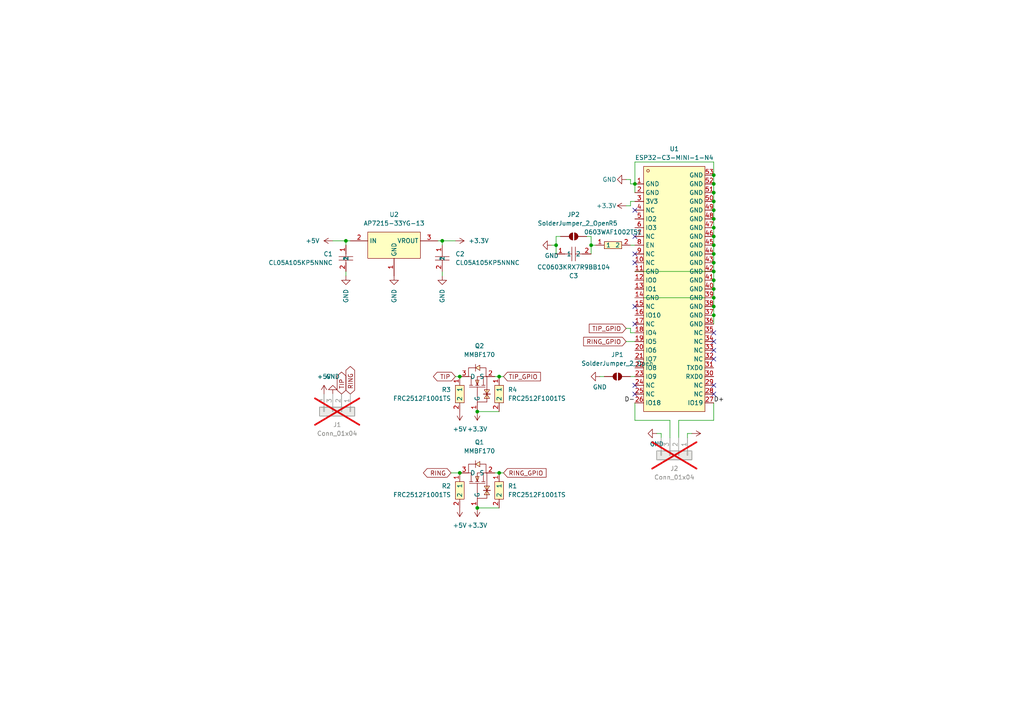
<source format=kicad_sch>
(kicad_sch (version 20231120) (generator "eeschema") (generator_version "8.0")
  (paper "A4")
  (lib_symbols
    (symbol "Connector_Generic:Conn_01x04" (pin_names (offset 1.016) hide)
      (property "Reference" "J" (at 0 5.08 0))
      (property "Value" "Conn_01x04" (at 0 -7.62 0))
      (symbol "Conn_01x04_1_1"
        (rectangle (start -1.27 -4.953) (end 0 -5.207) (stroke (width 0.1524)))
        (rectangle (start -1.27 -2.413) (end 0 -2.667) (stroke (width 0.1524)))
        (rectangle (start -1.27 0.127) (end 0 -0.127) (stroke (width 0.1524)))
        (rectangle (start -1.27 2.667) (end 0 2.413) (stroke (width 0.1524)))
        (rectangle (start -1.27 3.81) (end 1.27 -6.35) (stroke (width 0.254)) (fill (type background)))
        (pin passive line (at -5.08 2.54 0) (length 3.81) (name "Pin_1") (number "1"))
        (pin passive line (at -5.08 0 0) (length 3.81) (name "Pin_2") (number "2"))
        (pin passive line (at -5.08 -2.54 0) (length 3.81) (name "Pin_3") (number "3"))
        (pin passive line (at -5.08 -5.08 0) (length 3.81) (name "Pin_4") (number "4"))
      )
    )
    (symbol "Jumper:SolderJumper_2_Open" (pin_numbers hide) (pin_names (offset 0) hide) (exclude_from_sim yes) (in_bom no)
      (property "Reference" "JP" (at 0 2.032 0))
      (property "Value" "SolderJumper_2_Open" (at 0 -2.54 0))
      (symbol "SolderJumper_2_Open_0_1"
        (arc (start -0.254 1.016) (mid -1.2656 0) (end -0.254 -1.016))
        (arc (start -0.254 1.016) (mid -1.2656 0) (end -0.254 -1.016) (fill (type outline)))
        (polyline (pts (xy -0.254 1.016) (xy -0.254 -1.016)))
        (polyline (pts (xy 0.254 1.016) (xy 0.254 -1.016)))
        (arc (start 0.254 -1.016) (mid 1.2656 0) (end 0.254 1.016))
        (arc (start 0.254 -1.016) (mid 1.2656 0) (end 0.254 1.016) (fill (type outline)))
      )
      (symbol "SolderJumper_2_Open_1_1"
        (pin passive line (at -3.81 0 0) (length 2.54) (name "A") (number "1"))
        (pin passive line (at 3.81 0 180) (length 2.54) (name "B") (number "2"))
      )
    )
    (symbol "easyeda2kicad:0603WAF1002T5E"
      (property "Reference" "R" (at 0 5.08 0))
      (property "Value" "0603WAF1002T5E" (at 0 -5.08 0))
      (symbol "0603WAF1002T5E_0_1"
        (rectangle (start -2.54 1.02) (end 2.54 -1.02) (fill (type background)))
        (pin input line (at -5.08 0 0) (length 2.54) (name "1") (number "1"))
        (pin input line (at 5.08 0 180) (length 2.54) (name "2") (number "2"))
      )
    )
    (symbol "easyeda2kicad:AP7215-33YG-13"
      (property "Reference" "U" (at 0 5.08 0))
      (property "Value" "AP7215-33YG-13" (at 0 -15.24 0))
      (symbol "AP7215-33YG-13_0_1"
        (rectangle (start -7.62 2.54) (end 7.62 -5.08) (fill (type background)))
        (pin power_in line (at 0 -10.16 90) (length 5.08) (name "GND") (number "1"))
        (pin power_in line (at -12.7 0 0) (length 5.08) (name "IN") (number "2"))
        (pin power_in line (at 12.7 0 180) (length 5.08) (name "VROUT") (number "3"))
      )
    )
    (symbol "easyeda2kicad:CC0603KRX7R9BB104"
      (property "Reference" "C" (at 0 5.08 0))
      (property "Value" "CC0603KRX7R9BB104" (at 0 -5.08 0))
      (symbol "CC0603KRX7R9BB104_0_1"
        (polyline (pts (xy -0.51 -2.03) (xy -0.51 2.03)))
        (polyline (pts (xy -0.51 0) (xy -2.54 0)))
        (polyline (pts (xy 0.51 2.03) (xy 0.51 -2.03)))
        (polyline (pts (xy 2.54 0) (xy 0.51 0)))
        (pin unspecified line (at -5.08 0 0) (length 2.54) (name "1") (number "1"))
        (pin unspecified line (at 5.08 0 180) (length 2.54) (name "2") (number "2"))
      )
    )
    (symbol "easyeda2kicad:CL05A105KP5NNNC"
      (property "Reference" "C" (at 0 5.08 0))
      (property "Value" "CL05A105KP5NNNC" (at 0 -5.08 0))
      (symbol "CL05A105KP5NNNC_0_1"
        (polyline (pts (xy -1.27 0) (xy -0.51 0)))
        (polyline (pts (xy -0.51 2.03) (xy -0.51 -2.03)))
        (polyline (pts (xy 0.51 0) (xy 1.27 0)))
        (polyline (pts (xy 0.51 2.03) (xy 0.51 -2.03)))
        (pin input line (at -3.81 0 0) (length 2.54) (name "1") (number "1"))
        (pin input line (at 3.81 0 180) (length 2.54) (name "2") (number "2"))
      )
    )
    (symbol "easyeda2kicad:ESP32-C3-MINI-1-N4"
      (property "Reference" "U" (at 0 38.1 0))
      (property "Value" "ESP32-C3-MINI-1-N4" (at 0 -38.1 0))
      (symbol "ESP32-C3-MINI-1-N4_0_1"
        (rectangle (start -8.89 35.56) (end 8.89 -35.56) (fill (type background)))
        (circle (center -7.62 34.29) (radius 0.38))
        (pin unspecified line (at -11.43 30.48 0) (length 2.54) (name "GND") (number "1"))
        (pin unspecified line (at -11.43 7.62 0) (length 2.54) (name "NC") (number "10"))
        (pin unspecified line (at -11.43 5.08 0) (length 2.54) (name "GND") (number "11"))
        (pin unspecified line (at -11.43 2.54 0) (length 2.54) (name "IO0") (number "12"))
        (pin unspecified line (at -11.43 0 0) (length 2.54) (name "IO1") (number "13"))
        (pin unspecified line (at -11.43 -2.54 0) (length 2.54) (name "GND") (number "14"))
        (pin unspecified line (at -11.43 -5.08 0) (length 2.54) (name "NC") (number "15"))
        (pin unspecified line (at -11.43 -7.62 0) (length 2.54) (name "IO10") (number "16"))
        (pin unspecified line (at -11.43 -10.16 0) (length 2.54) (name "NC") (number "17"))
        (pin unspecified line (at -11.43 -12.7 0) (length 2.54) (name "IO4") (number "18"))
        (pin unspecified line (at -11.43 -15.24 0) (length 2.54) (name "IO5") (number "19"))
        (pin unspecified line (at -11.43 27.94 0) (length 2.54) (name "GND") (number "2"))
        (pin unspecified line (at -11.43 -17.78 0) (length 2.54) (name "IO6") (number "20"))
        (pin unspecified line (at -11.43 -20.32 0) (length 2.54) (name "IO7") (number "21"))
        (pin unspecified line (at -11.43 -22.86 0) (length 2.54) (name "IO8") (number "22"))
        (pin unspecified line (at -11.43 -25.4 0) (length 2.54) (name "IO9") (number "23"))
        (pin unspecified line (at -11.43 -27.94 0) (length 2.54) (name "NC") (number "24"))
        (pin unspecified line (at -11.43 -30.48 0) (length 2.54) (name "NC") (number "25"))
        (pin unspecified line (at -11.43 -33.02 0) (length 2.54) (name "IO18") (number "26"))
        (pin unspecified line (at 11.43 -33.02 180) (length 2.54) (name "IO19") (number "27"))
        (pin unspecified line (at 11.43 -30.48 180) (length 2.54) (name "NC") (number "28"))
        (pin unspecified line (at 11.43 -27.94 180) (length 2.54) (name "NC") (number "29"))
        (pin unspecified line (at -11.43 25.4 0) (length 2.54) (name "3V3") (number "3"))
        (pin unspecified line (at 11.43 -25.4 180) (length 2.54) (name "RXD0") (number "30"))
        (pin unspecified line (at 11.43 -22.86 180) (length 2.54) (name "TXD0") (number "31"))
        (pin unspecified line (at 11.43 -20.32 180) (length 2.54) (name "NC") (number "32"))
        (pin unspecified line (at 11.43 -17.78 180) (length 2.54) (name "NC") (number "33"))
        (pin unspecified line (at 11.43 -15.24 180) (length 2.54) (name "NC") (number "34"))
        (pin unspecified line (at 11.43 -12.7 180) (length 2.54) (name "NC") (number "35"))
        (pin unspecified line (at 11.43 -10.16 180) (length 2.54) (name "GND") (number "36"))
        (pin unspecified line (at 11.43 -7.62 180) (length 2.54) (name "GND") (number "37"))
        (pin unspecified line (at 11.43 -5.08 180) (length 2.54) (name "GND") (number "38"))
        (pin unspecified line (at 11.43 -2.54 180) (length 2.54) (name "GND") (number "39"))
        (pin unspecified line (at -11.43 22.86 0) (length 2.54) (name "NC") (number "4"))
        (pin unspecified line (at 11.43 0 180) (length 2.54) (name "GND") (number "40"))
        (pin unspecified line (at 11.43 2.54 180) (length 2.54) (name "GND") (number "41"))
        (pin unspecified line (at 11.43 5.08 180) (length 2.54) (name "GND") (number "42"))
        (pin unspecified line (at 11.43 7.62 180) (length 2.54) (name "GND") (number "43"))
        (pin unspecified line (at 11.43 10.16 180) (length 2.54) (name "GND") (number "44"))
        (pin unspecified line (at 11.43 12.7 180) (length 2.54) (name "GND") (number "45"))
        (pin unspecified line (at 11.43 15.24 180) (length 2.54) (name "GND") (number "46"))
        (pin unspecified line (at 11.43 17.78 180) (length 2.54) (name "GND") (number "47"))
        (pin unspecified line (at 11.43 20.32 180) (length 2.54) (name "GND") (number "48"))
        (pin unspecified line (at 11.43 22.86 180) (length 2.54) (name "GND") (number "49"))
        (pin unspecified line (at -11.43 20.32 0) (length 2.54) (name "IO2") (number "5"))
        (pin unspecified line (at 11.43 25.4 180) (length 2.54) (name "GND") (number "50"))
        (pin unspecified line (at 11.43 27.94 180) (length 2.54) (name "GND") (number "51"))
        (pin unspecified line (at 11.43 30.48 180) (length 2.54) (name "GND") (number "52"))
        (pin unspecified line (at 11.43 33.02 180) (length 2.54) (name "GND") (number "53"))
        (pin unspecified line (at -11.43 17.78 0) (length 2.54) (name "IO3") (number "6"))
        (pin unspecified line (at -11.43 15.24 0) (length 2.54) (name "NC") (number "7"))
        (pin unspecified line (at -11.43 12.7 0) (length 2.54) (name "EN") (number "8"))
        (pin unspecified line (at -11.43 10.16 0) (length 2.54) (name "NC") (number "9"))
      )
    )
    (symbol "easyeda2kicad:FRC2512F1001TS"
      (property "Reference" "R" (at 0 5.08 0))
      (property "Value" "FRC2512F1001TS" (at 0 -5.08 0))
      (symbol "FRC2512F1001TS_0_1"
        (rectangle (start -2.54 1.27) (end 2.54 -1.27) (fill (type background)))
        (pin unspecified line (at -5.08 0 0) (length 2.54) (name "1") (number "1"))
        (pin unspecified line (at 5.08 0 180) (length 2.54) (name "2") (number "2"))
      )
    )
    (symbol "easyeda2kicad:MMBF170"
      (property "Reference" "Q" (at 0 10.16 0))
      (property "Value" "MMBF170" (at 0 -10.16 0))
      (symbol "MMBF170_0_1"
        (polyline (pts (xy -3.81 0) (xy 0.76 0)))
        (polyline (pts (xy -3.56 -2.79) (xy -3.56 0)))
        (polyline (pts (xy -3.56 -2.79) (xy 3.81 -2.79)))
        (polyline (pts (xy 0.76 2.29) (xy 0.76 -2.29)))
        (polyline (pts (xy 1.27 -2.29) (xy 1.27 -1.27)))
        (polyline (pts (xy 1.27 -0.51) (xy 1.27 0.51)))
        (polyline (pts (xy 1.27 2.29) (xy 1.27 1.27)))
        (polyline (pts (xy 3.81 -1.78) (xy 1.27 -1.78)))
        (polyline (pts (xy -1.27 -3.81) (xy -1.27 -3.3) (xy -1.27 -2.29) (xy -1.27 -1.78)))
        (polyline (pts (xy -1.27 -2.79) (xy -2.54 -2.03) (xy -2.54 -3.56) (xy -1.27 -2.79)) (fill (type background)))
        (polyline (pts (xy -1.27 -2.79) (xy 0 -3.56) (xy 0 -2.03) (xy -1.27 -2.79)) (fill (type background)))
        (polyline (pts (xy -1.27 -1.78) (xy -1.27 -2.29) (xy -1.27 -3.3) (xy -1.27 -3.81)))
        (polyline (pts (xy 1.27 0) (xy 2.79 -0.51) (xy 2.79 0.51) (xy 1.27 0)) (fill (type background)))
        (polyline (pts (xy 6.35 0.51) (xy 5.59 -0.76) (xy 7.11 -0.76) (xy 6.35 0.51)) (fill (type background)))
        (polyline (pts (xy 7.37 0.51) (xy 6.86 0.51) (xy 5.84 0.51) (xy 5.33 0.51)))
        (polyline (pts (xy 1.27 0) (xy 3.81 0) (xy 3.81 -2.54) (xy 6.35 -2.54) (xy 6.35 -0.76)))
        (polyline (pts (xy 1.27 1.78) (xy 3.81 1.78) (xy 3.81 2.54) (xy 6.35 2.54) (xy 6.35 0.51)))
        (pin unspecified line (at -6.35 0 0) (length 2.54) (name "G") (number "1"))
        (pin unspecified line (at 3.81 -5.08 90) (length 2.54) (name "S") (number "2"))
        (pin unspecified line (at 3.81 5.08 270) (length 2.54) (name "D") (number "3"))
      )
    )
    (symbol "easyeda2kicad:TLV75533PDQNR"
      (property "Reference" "U" (at 0 7.62 0))
      (property "Value" "TLV75533PDQNR" (at 0 -7.62 0))
      (symbol "TLV75533PDQNR_0_1"
        (rectangle (start -7.62 5.08) (end 5.08 -5.08) (fill (type background)))
        (circle (center -6.35 3.81) (radius 0.38))
        (pin unspecified line (at -10.16 2.54 0) (length 2.54) (name "OUT") (number "1"))
        (pin unspecified line (at -10.16 0 0) (length 2.54) (name "GND") (number "2"))
        (pin unspecified line (at -10.16 -2.54 0) (length 2.54) (name "EN") (number "3"))
        (pin unspecified line (at 7.62 -2.54 180) (length 2.54) (name "IN") (number "4"))
        (pin unspecified line (at 7.62 2.54 180) (length 2.54) (name "EP") (number "5"))
      )
    )
    (symbol "easyeda2kicad:TLV75533PDRVR"
      (property "Reference" "U" (at 0 10.16 0))
      (property "Value" "TLV75533PDRVR" (at 0 -7.62 0))
      (symbol "TLV75533PDRVR_0_1"
        (rectangle (start -6.35 6.35) (end 6.35 -5.08) (fill (type background)))
        (circle (center -5.08 5.08) (radius 0.38))
        (pin unspecified line (at -8.89 2.54 0) (length 2.54) (name "OUT") (number "1"))
        (pin unspecified line (at -8.89 0 0) (length 2.54) (name "NC") (number "2"))
        (pin unspecified line (at -8.89 -2.54 0) (length 2.54) (name "GND") (number "3"))
        (pin unspecified line (at 8.89 -2.54 180) (length 2.54) (name "EN") (number "4"))
        (pin unspecified line (at 8.89 0 180) (length 2.54) (name "NC") (number "5"))
        (pin unspecified line (at 8.89 2.54 180) (length 2.54) (name "IN") (number "6"))
        (pin unspecified line (at 8.89 5.08 180) (length 2.54) (name "EP") (number "7"))
      )
    )
    (symbol "power:+3.3V" (power) (pin_names (offset 0))
      (property "Value" "+3.3V" (at 0 3.556 0))
      (symbol "+3.3V_0_1"
        (polyline (pts (xy -0.762 1.27) (xy 0 2.54)))
        (polyline (pts (xy 0 0) (xy 0 2.54)))
        (polyline (pts (xy 0 2.54) (xy 0.762 1.27)))
      )
      (symbol "+3.3V_1_1"
        (pin power_in line (at 0 0 90) (length 0) hide (name "+3.3V") (number "1"))
      )
    )
    (symbol "power:+5V" (power) (pin_names (offset 0))
      (property "Value" "+5V" (at 0 3.556 0))
      (symbol "+5V_0_1"
        (polyline (pts (xy -0.762 1.27) (xy 0 2.54)))
        (polyline (pts (xy 0 0) (xy 0 2.54)))
        (polyline (pts (xy 0 2.54) (xy 0.762 1.27)))
      )
      (symbol "+5V_1_1"
        (pin power_in line (at 0 0 90) (length 0) hide (name "+5V") (number "1"))
      )
    )
    (symbol "power:GND" (power) (pin_names (offset 0))
      (property "Value" "GND" (at 0 -3.81 0))
      (symbol "GND_0_1"
        (polyline (pts (xy 0 0) (xy 0 -1.27) (xy 1.27 -1.27) (xy 0 -2.54) (xy -1.27 -1.27) (xy 0 -1.27)))
      )
      (symbol "GND_1_1"
        (pin power_in line (at 0 0 270) (length 0) hide (name "GND") (number "1"))
      )
    )
  )
  (junction (at 133.35 109.22))
  (junction (at 207.01 86.36))
  (junction (at 415.29 109.22))
  (junction (at 138.43 119.38))
  (junction (at 420.37 80.01))
  (junction (at 207.01 60.96))
  (junction (at 207.01 55.88))
  (junction (at 207.01 73.66))
  (junction (at 207.01 81.28))
  (junction (at 207.01 76.2))
  (junction (at 207.01 91.44))
  (junction (at 207.01 58.42))
  (junction (at 207.01 66.04))
  (junction (at 391.16 111.76))
  (junction (at 133.35 137.16))
  (junction (at 207.01 53.34))
  (junction (at 138.43 147.32))
  (junction (at 393.7 85.09))
  (junction (at 393.7 114.3))
  (junction (at 207.01 88.9))
  (junction (at 171.45 71.12))
  (junction (at 144.78 109.22))
  (junction (at 128.27 69.85))
  (junction (at 184.15 53.34))
  (junction (at 207.01 83.82))
  (junction (at 389.89 85.09))
  (junction (at 207.01 78.74))
  (junction (at 207.01 50.8))
  (junction (at 207.01 63.5))
  (junction (at 144.78 137.16))
  (junction (at 100.33 69.85))
  (junction (at 161.29 71.12))
  (junction (at 207.01 71.12))
  (junction (at 207.01 68.58))
  (no_connect (at 207.01 99.06))
  (no_connect (at 184.15 68.58))
  (no_connect (at 184.15 73.66))
  (no_connect (at 207.01 101.6))
  (no_connect (at 207.01 114.3))
  (no_connect (at 411.48 111.76))
  (no_connect (at 184.15 60.96))
  (no_connect (at 207.01 104.14))
  (no_connect (at 207.01 111.76))
  (no_connect (at 184.15 111.76))
  (no_connect (at 393.7 106.68))
  (no_connect (at 184.15 93.98))
  (no_connect (at 184.15 76.2))
  (no_connect (at 393.7 111.76))
  (no_connect (at 393.7 80.01))
  (no_connect (at 207.01 96.52))
  (no_connect (at 184.15 88.9))
  (no_connect (at 184.15 114.3))
  (wire (pts (xy 128.27 71.12) (xy 128.27 69.85)))
  (wire (pts (xy 184.15 53.34) (xy 184.15 55.88)))
  (wire (pts (xy 143.51 137.16) (xy 144.78 137.16)))
  (wire (pts (xy 184.15 86.36) (xy 207.01 86.36)))
  (wire (pts (xy 138.43 119.38) (xy 144.78 119.38)))
  (wire (pts (xy 127 69.85) (xy 128.27 69.85)))
  (wire (pts (xy 130.81 137.16) (xy 133.35 137.16)))
  (wire (pts (xy 181.61 59.69) (xy 182.88 59.69)))
  (wire (pts (xy 171.45 71.12) (xy 172.72 71.12)))
  (wire (pts (xy 415.29 109.22) (xy 416.56 109.22)))
  (wire (pts (xy 144.78 137.16) (xy 146.05 137.16)))
  (wire (pts (xy 190.5 125.73) (xy 191.77 125.73)))
  (wire (pts (xy 207.01 83.82) (xy 207.01 86.36)))
  (wire (pts (xy 411.48 85.09) (xy 411.48 88.9)))
  (wire (pts (xy 196.85 121.92) (xy 207.01 121.92)))
  (wire (pts (xy 132.08 109.22) (xy 133.35 109.22)))
  (wire (pts (xy 389.89 95.25) (xy 389.89 93.98)))
  (wire (pts (xy 184.15 46.99) (xy 184.15 53.34)))
  (wire (pts (xy 207.01 73.66) (xy 207.01 76.2)))
  (wire (pts (xy 181.61 95.25) (xy 182.88 95.25)))
  (wire (pts (xy 207.01 81.28) (xy 207.01 83.82)))
  (wire (pts (xy 170.18 68.58) (xy 171.45 68.58)))
  (wire (pts (xy 207.01 88.9) (xy 207.01 91.44)))
  (wire (pts (xy 184.15 78.74) (xy 207.01 78.74)))
  (wire (pts (xy 182.88 53.34) (xy 184.15 53.34)))
  (wire (pts (xy 181.61 52.07) (xy 182.88 52.07)))
  (wire (pts (xy 184.15 46.99) (xy 207.01 46.99)))
  (wire (pts (xy 393.7 109.22) (xy 391.16 109.22)))
  (wire (pts (xy 391.16 114.3) (xy 393.7 114.3)))
  (wire (pts (xy 207.01 53.34) (xy 207.01 55.88)))
  (wire (pts (xy 420.37 81.28) (xy 420.37 80.01)))
  (wire (pts (xy 207.01 60.96) (xy 207.01 63.5)))
  (wire (pts (xy 411.48 115.57) (xy 411.48 114.3)))
  (wire (pts (xy 207.01 71.12) (xy 207.01 73.66)))
  (wire (pts (xy 181.61 99.06) (xy 184.15 99.06)))
  (wire (pts (xy 161.29 68.58) (xy 161.29 71.12)))
  (wire (pts (xy 160.02 71.12) (xy 161.29 71.12)))
  (wire (pts (xy 420.37 80.01) (xy 421.64 80.01)))
  (wire (pts (xy 411.48 80.01) (xy 420.37 80.01)))
  (wire (pts (xy 144.78 109.22) (xy 143.51 109.22)))
  (wire (pts (xy 184.15 121.92) (xy 184.15 116.84)))
  (wire (pts (xy 207.01 46.99) (xy 207.01 50.8)))
  (wire (pts (xy 182.88 58.42) (xy 184.15 58.42)))
  (wire (pts (xy 393.7 115.57) (xy 393.7 114.3)))
  (wire (pts (xy 100.33 69.85) (xy 101.6 69.85)))
  (wire (pts (xy 207.01 66.04) (xy 207.01 68.58)))
  (wire (pts (xy 171.45 68.58) (xy 171.45 71.12)))
  (wire (pts (xy 389.89 86.36) (xy 389.89 85.09)))
  (wire (pts (xy 415.29 119.38) (xy 415.29 118.11)))
  (wire (pts (xy 191.77 125.73) (xy 191.77 127)))
  (wire (pts (xy 411.48 109.22) (xy 415.29 109.22)))
  (wire (pts (xy 194.31 121.92) (xy 184.15 121.92)))
  (wire (pts (xy 411.48 88.9) (xy 393.7 88.9)))
  (wire (pts (xy 389.89 85.09) (xy 393.7 85.09)))
  (wire (pts (xy 128.27 69.85) (xy 132.08 69.85)))
  (wire (pts (xy 161.29 68.58) (xy 162.56 68.58)))
  (wire (pts (xy 199.39 125.73) (xy 200.66 125.73)))
  (wire (pts (xy 393.7 124.46) (xy 393.7 123.19)))
  (wire (pts (xy 144.78 147.32) (xy 138.43 147.32)))
  (wire (pts (xy 182.88 52.07) (xy 182.88 53.34)))
  (wire (pts (xy 207.01 121.92) (xy 207.01 116.84)))
  (wire (pts (xy 207.01 78.74) (xy 207.01 81.28)))
  (wire (pts (xy 96.52 69.85) (xy 100.33 69.85)))
  (wire (pts (xy 207.01 91.44) (xy 207.01 93.98)))
  (wire (pts (xy 391.16 109.22) (xy 391.16 111.76)))
  (wire (pts (xy 388.62 85.09) (xy 389.89 85.09)))
  (wire (pts (xy 207.01 50.8) (xy 207.01 53.34)))
  (wire (pts (xy 199.39 125.73) (xy 199.39 127)))
  (wire (pts (xy 182.88 109.22) (xy 184.15 109.22)))
  (wire (pts (xy 100.33 80.01) (xy 100.33 78.74)))
  (wire (pts (xy 182.88 71.12) (xy 184.15 71.12)))
  (wire (pts (xy 128.27 80.01) (xy 128.27 78.74)))
  (wire (pts (xy 207.01 86.36) (xy 207.01 88.9)))
  (wire (pts (xy 144.78 109.22) (xy 146.05 109.22)))
  (wire (pts (xy 100.33 71.12) (xy 100.33 69.85)))
  (wire (pts (xy 207.01 55.88) (xy 207.01 58.42)))
  (wire (pts (xy 171.45 71.12) (xy 171.45 73.66)))
  (wire (pts (xy 393.7 88.9) (xy 393.7 85.09)))
  (wire (pts (xy 182.88 95.25) (xy 182.88 96.52)))
  (wire (pts (xy 207.01 76.2) (xy 207.01 78.74)))
  (wire (pts (xy 182.88 96.52) (xy 184.15 96.52)))
  (wire (pts (xy 391.16 111.76) (xy 391.16 114.3)))
  (wire (pts (xy 161.29 71.12) (xy 161.29 73.66)))
  (wire (pts (xy 207.01 63.5) (xy 207.01 66.04)))
  (wire (pts (xy 207.01 58.42) (xy 207.01 60.96)))
  (wire (pts (xy 420.37 90.17) (xy 420.37 88.9)))
  (wire (pts (xy 173.99 109.22) (xy 175.26 109.22)))
  (wire (pts (xy 207.01 68.58) (xy 207.01 71.12)))
  (wire (pts (xy 194.31 127) (xy 194.31 121.92)))
  (wire (pts (xy 182.88 59.69) (xy 182.88 58.42)))
  (wire (pts (xy 415.29 110.49) (xy 415.29 109.22)))
  (wire (pts (xy 196.85 127) (xy 196.85 121.92)))
  (label "D+" (at 207.01 116.84 0))
  (label "D-" (at 184.15 116.84 180))
  (global_label "RING_GPIO" (shape input) (at 181.61 99.06 180) (property "Intersheetrefs" "${INTERSHEET_REFS}" (effects (hide yes))))
  (global_label "TIP" (shape bidirectional) (at 99.06 114.3 90) (property "Intersheetrefs" "TIP" (effects (hide yes))))
  (global_label "TIP_GPIO" (shape input) (at 146.05 109.22 0) (property "Intersheetrefs" "${INTERSHEET_REFS}" (effects (hide yes))))
  (global_label "TIP_GPIO" (shape input) (at 181.61 95.25 180) (property "Intersheetrefs" "${INTERSHEET_REFS}" (effects (hide yes))))
  (global_label "TIP" (shape bidirectional) (at 132.08 109.22 180) (property "Intersheetrefs" "TIP" (effects (hide yes))))
  (global_label "RING" (shape bidirectional) (at 101.6 114.3 90) (property "Intersheetrefs" "${INTERSHEET_REFS}" (effects (hide yes))))
  (global_label "RING" (shape bidirectional) (at 130.81 137.16 180) (property "Intersheetrefs" "${INTERSHEET_REFS}" (effects (hide yes))))
  (global_label "RING_GPIO" (shape input) (at 146.05 137.16 0) (property "Intersheetrefs" "${INTERSHEET_REFS}" (effects (hide yes))))
  (symbol (lib_id "easyeda2kicad:CL05A105KP5NNNC") (at 393.7 119.38 90) (mirror x) (unit 1) (exclude_from_sim yes) (in_bom no) (on_board no) (dnp yes)
    (property "Reference" "C7" (at 389.89 118.1099 90) (effects (justify left)))
    (property "Value" "CL05A105KP5NNNC" (at 389.89 120.6499 90) (effects (justify left)))
    (property "Footprint" "easyeda2kicad:C0402" (effects (hide yes)))
    (property "Datasheet" "https://lcsc.com/product-detail/Multilayer-Ceramic-Capacitors-MLCC-SMD-SMT_SAMSUNG_CL05A105KP5NNNC_1uF-105-10-10V_C14445.html" (effects (hide yes)))
    (property "LCSC Part" "C14445" (effects (hide yes)))
  )
  (symbol (lib_id "power:GND") (at 100.33 80.01 0) (unit 1)
    (property "Reference" "#PWR02" (effects (hide yes)))
    (property "Value" "GND" (at 100.33 83.82 90) (effects (justify right)))
  )
  (symbol (lib_id "power:+3.3V") (at 416.56 109.22 270) (unit 1) (exclude_from_sim yes) (in_bom no) (on_board no) (dnp yes)
    (property "Reference" "#PWR021" (effects (hide yes)))
    (property "Value" "+3.3V" (at 420.37 109.22 90) (effects (justify left)))
  )
  (symbol (lib_id "power:+5V") (at 388.62 85.09 90) (mirror x) (unit 1) (exclude_from_sim yes) (in_bom no) (on_board no) (dnp yes)
    (property "Reference" "#PWR016" (effects (hide yes)))
    (property "Value" "+5V" (at 384.81 85.09 90) (effects (justify left)))
  )
  (symbol (lib_id "power:+3.3V") (at 138.43 119.38 180) (unit 1)
    (property "Reference" "#PWR08" (effects (hide yes)))
    (property "Value" "+3.3V" (at 138.43 124.46 0))
  )
  (symbol (lib_id "power:GND") (at 420.37 90.17 0) (unit 1) (exclude_from_sim yes) (in_bom no) (on_board no) (dnp yes)
    (property "Reference" "#PWR019" (effects (hide yes)))
    (property "Value" "GND" (at 420.37 93.98 90) (effects (justify right)))
  )
  (symbol (lib_id "Connector_Generic:Conn_01x04") (at 196.85 132.08 270) (unit 1) (dnp yes)
    (property "Reference" "J2" (at 195.58 135.89 90))
    (property "Value" "Conn_01x04" (at 195.58 138.43 90))
    (property "Footprint" "Connector_PinHeader_2.54mm:PinHeader_1x04_P2.54mm_Vertical" (effects (hide yes)))
  )
  (symbol (lib_id "easyeda2kicad:TLV75533PDQNR") (at 401.32 82.55 0) (mirror y) (unit 1) (exclude_from_sim yes) (in_bom no) (on_board no) (dnp yes)
    (property "Reference" "U3" (at 402.59 72.39 0))
    (property "Value" "TLV75533PDQNR" (at 402.59 74.93 0))
    (property "Footprint" "easyeda2kicad:X2SON-4_L1.0-W1.0-P0.65-TL-EP" (effects (hide yes)))
    (property "LCSC Part" "C2861882" (effects (hide yes)))
  )
  (symbol (lib_id "power:+5V") (at 93.98 114.3 0) (unit 1)
    (property "Reference" "#PWR06" (effects (hide yes)))
    (property "Value" "+5V" (at 93.98 109.22 0))
  )
  (symbol (lib_id "power:GND") (at 411.48 115.57 0) (unit 1) (exclude_from_sim yes) (in_bom no) (on_board no) (dnp yes)
    (property "Reference" "#PWR026" (effects (hide yes)))
    (property "Value" "GND" (at 411.48 119.38 90) (effects (justify right)))
  )
  (symbol (lib_id "power:GND") (at 114.3 80.01 0) (unit 1)
    (property "Reference" "#PWR03" (effects (hide yes)))
    (property "Value" "GND" (at 114.3 83.82 90) (effects (justify right)))
  )
  (symbol (lib_id "power:GND") (at 190.5 125.73 270) (unit 1)
    (property "Reference" "#PWR012" (effects (hide yes)))
    (property "Value" "GND" (at 192.532 128.778 90) (effects (justify right)))
  )
  (symbol (lib_id "power:GND") (at 415.29 119.38 0) (unit 1) (exclude_from_sim yes) (in_bom no) (on_board no) (dnp yes)
    (property "Reference" "#PWR024" (effects (hide yes)))
    (property "Value" "GND" (at 415.29 123.19 90) (effects (justify right)))
  )
  (symbol (lib_id "easyeda2kicad:FRC2512F1001TS") (at 133.35 114.3 90) (mirror x) (unit 1)
    (property "Reference" "R3" (at 130.81 113.0299 90) (effects (justify left)))
    (property "Value" "FRC2512F1001TS" (at 130.81 115.5699 90) (effects (justify left)))
    (property "Footprint" "easyeda2kicad:R2512" (effects (hide yes)))
    (property "LCSC Part" "C2960683" (effects (hide yes)))
  )
  (symbol (lib_id "power:GND") (at 128.27 80.01 0) (unit 1)
    (property "Reference" "#PWR010" (effects (hide yes)))
    (property "Value" "GND" (at 128.27 83.82 90) (effects (justify right)))
  )
  (symbol (lib_id "power:+3.3V") (at 181.61 59.69 90) (unit 1)
    (property "Reference" "#PWR023" (effects (hide yes)))
    (property "Value" "+3.3V" (at 178.816 59.69 90) (effects (justify left)))
  )
  (symbol (lib_id "power:GND") (at 96.52 114.3 180) (unit 1)
    (property "Reference" "#PWR07" (effects (hide yes)))
    (property "Value" "GND" (at 96.52 109.22 0))
  )
  (symbol (lib_id "easyeda2kicad:CL05A105KP5NNNC") (at 420.37 85.09 270) (unit 1) (exclude_from_sim yes) (in_bom no) (on_board no) (dnp yes)
    (property "Reference" "C4" (at 424.18 83.8199 90) (effects (justify left)))
    (property "Value" "CL05A105KP5NNNC" (at 424.18 86.3599 90) (effects (justify left)))
    (property "Footprint" "easyeda2kicad:C0402" (effects (hide yes)))
    (property "Datasheet" "https://lcsc.com/product-detail/Multilayer-Ceramic-Capacitors-MLCC-SMD-SMT_SAMSUNG_CL05A105KP5NNNC_1uF-105-10-10V_C14445.html" (effects (hide yes)))
    (property "LCSC Part" "C14445" (effects (hide yes)))
  )
  (symbol (lib_id "power:+3.3V") (at 138.43 147.32 180) (unit 1)
    (property "Reference" "#PWR09" (effects (hide yes)))
    (property "Value" "+3.3V" (at 138.43 152.4 0))
  )
  (symbol (lib_id "easyeda2kicad:FRC2512F1001TS") (at 144.78 142.24 270) (unit 1)
    (property "Reference" "R1" (at 147.32 140.9699 90) (effects (justify left)))
    (property "Value" "FRC2512F1001TS" (at 147.32 143.5099 90) (effects (justify left)))
    (property "Footprint" "easyeda2kicad:R2512" (effects (hide yes)))
    (property "LCSC Part" "C2960683" (effects (hide yes)))
  )
  (symbol (lib_id "power:+5V") (at 200.66 125.73 270) (mirror x) (unit 1)
    (property "Reference" "#PWR017" (effects (hide yes)))
    (property "Value" "+5V" (effects (hide yes)))
  )
  (symbol (lib_id "power:GND") (at 181.61 52.07 270) (unit 1)
    (property "Reference" "#PWR032" (effects (hide yes)))
    (property "Value" "GND" (at 178.816 52.07 90) (effects (justify right)))
  )
  (symbol (lib_id "power:+3.3V") (at 421.64 80.01 270) (unit 1) (exclude_from_sim yes) (in_bom no) (on_board no) (dnp yes)
    (property "Reference" "#PWR015" (effects (hide yes)))
    (property "Value" "+3.3V" (at 425.45 80.01 90) (effects (justify left)))
  )
  (symbol (lib_id "power:+5V") (at 133.35 119.38 180) (unit 1)
    (property "Reference" "#PWR05" (effects (hide yes)))
    (property "Value" "+5V" (at 133.35 124.46 0))
  )
  (symbol (lib_id "easyeda2kicad:CL05A105KP5NNNC") (at 128.27 74.93 270) (unit 1)
    (property "Reference" "C2" (at 132.08 73.6599 90) (effects (justify left)))
    (property "Value" "CL05A105KP5NNNC" (at 132.08 76.1999 90) (effects (justify left)))
    (property "Footprint" "easyeda2kicad:C0402" (effects (hide yes)))
    (property "Datasheet" "https://lcsc.com/product-detail/Multilayer-Ceramic-Capacitors-MLCC-SMD-SMT_SAMSUNG_CL05A105KP5NNNC_1uF-105-10-10V_C14445.html" (effects (hide yes)))
    (property "LCSC Part" "C14445" (effects (hide yes)))
  )
  (symbol (lib_id "easyeda2kicad:TLV75533PDRVR") (at 402.59 111.76 0) (mirror y) (unit 1) (exclude_from_sim yes) (in_bom no) (on_board no) (dnp yes)
    (property "Reference" "U4" (at 402.59 100.33 0))
    (property "Value" "TLV75533PDRVR" (at 402.59 102.87 0))
    (property "Footprint" "easyeda2kicad:WSON-6_L2.0-W2.0-P0.65-TL-EP" (effects (hide yes)))
    (property "LCSC Part" "C2861750" (effects (hide yes)))
  )
  (symbol (lib_id "power:+3.3V") (at 132.08 69.85 270) (unit 1)
    (property "Reference" "#PWR011" (effects (hide yes)))
    (property "Value" "+3.3V" (at 135.89 69.85 90) (effects (justify left)))
  )
  (symbol (lib_id "easyeda2kicad:0603WAF1002T5E") (at 177.8 71.12 0) (unit 1)
    (property "Reference" "R5" (at 177.8 64.77 0))
    (property "Value" "0603WAF1002T5E" (at 177.8 67.31 0))
    (property "Footprint" "easyeda2kicad:R0603" (effects (hide yes)))
    (property "Datasheet" "https://lcsc.com/product-detail/Chip-Resistor-Surface-Mount-UniOhm_10KR-1002-1_C25804.html" (effects (hide yes)))
    (property "LCSC Part" "C25804" (effects (hide yes)))
  )
  (symbol (lib_id "Jumper:SolderJumper_2_Open") (at 166.37 68.58 0) (unit 1) (exclude_from_sim yes) (in_bom no)
    (property "Reference" "JP2" (at 166.37 62.23 0))
    (property "Value" "SolderJumper_2_Open" (at 166.37 64.77 0))
    (property "Footprint" "Jumper:SolderJumper-2_P1.3mm_Open_RoundedPad1.0x1.5mm" (effects (hide yes)))
    (property "Description" "Solder Jumper, 2-pole, open" (effects (hide yes)))
  )
  (symbol (lib_id "Jumper:SolderJumper_2_Open") (at 179.07 109.22 0) (unit 1) (exclude_from_sim yes) (in_bom no)
    (property "Reference" "JP1" (at 179.07 102.87 0))
    (property "Value" "SolderJumper_2_Open" (at 179.07 105.41 0))
    (property "Footprint" "Jumper:SolderJumper-2_P1.3mm_Open_RoundedPad1.0x1.5mm" (effects (hide yes)))
    (property "Description" "Solder Jumper, 2-pole, open" (effects (hide yes)))
  )
  (symbol (lib_id "easyeda2kicad:CC0603KRX7R9BB104") (at 166.37 73.66 0) (mirror x) (unit 1)
    (property "Reference" "C3" (at 166.37 80.01 0))
    (property "Value" "CC0603KRX7R9BB104" (at 166.37 77.47 0))
    (property "Footprint" "easyeda2kicad:C0603" (effects (hide yes)))
    (property "Datasheet" "https://lcsc.com/product-detail/Multilayer-Ceramic-Capacitors-MLCC-SMD-SMT_100nF-104-10-50V_C14663.html" (effects (hide yes)))
    (property "LCSC Part" "C14663" (effects (hide yes)))
  )
  (symbol (lib_id "Connector_Generic:Conn_01x04") (at 99.06 119.38 270) (unit 1) (dnp yes)
    (property "Reference" "J1" (at 97.79 123.19 90))
    (property "Value" "Conn_01x04" (at 97.79 125.73 90))
    (property "Footprint" "Connector_PinHeader_2.54mm:PinHeader_1x04_P2.54mm_Vertical" (effects (hide yes)))
  )
  (symbol (lib_id "easyeda2kicad:MMBF170") (at 138.43 140.97 90) (unit 1)
    (property "Reference" "Q1" (at 139.065 128.27 90))
    (property "Value" "MMBF170" (at 139.065 130.81 90))
    (property "Footprint" "easyeda2kicad:SOT-23-3_L2.9-W1.6-P1.90-LS2.8-BR" (effects (hide yes)))
    (property "Datasheet" "https://lcsc.com/product-detail/MOSFET_MMBF170_C130879.html" (effects (hide yes)))
    (property "LCSC Part" "C130879" (effects (hide yes)))
  )
  (symbol (lib_id "easyeda2kicad:CL05A105KP5NNNC") (at 415.29 114.3 270) (unit 1) (exclude_from_sim yes) (in_bom no) (on_board no) (dnp yes)
    (property "Reference" "C6" (at 419.1 113.0299 90) (effects (justify left)))
    (property "Value" "CL05A105KP5NNNC" (at 419.1 115.5699 90) (effects (justify left)))
    (property "Footprint" "easyeda2kicad:C0402" (effects (hide yes)))
    (property "Datasheet" "https://lcsc.com/product-detail/Multilayer-Ceramic-Capacitors-MLCC-SMD-SMT_SAMSUNG_CL05A105KP5NNNC_1uF-105-10-10V_C14445.html" (effects (hide yes)))
    (property "LCSC Part" "C14445" (effects (hide yes)))
  )
  (symbol (lib_id "power:+5V") (at 391.16 111.76 90) (mirror x) (unit 1) (exclude_from_sim yes) (in_bom no) (on_board no) (dnp yes)
    (property "Reference" "#PWR022" (effects (hide yes)))
    (property "Value" "+5V" (at 387.35 111.76 90) (effects (justify left)))
  )
  (symbol (lib_id "power:GND") (at 411.48 82.55 90) (mirror x) (unit 1) (exclude_from_sim yes) (in_bom no) (on_board no) (dnp yes)
    (property "Reference" "#PWR018" (effects (hide yes)))
    (property "Value" "GND" (at 415.29 82.55 90) (effects (justify right)))
  )
  (symbol (lib_id "easyeda2kicad:FRC2512F1001TS") (at 144.78 114.3 270) (unit 1)
    (property "Reference" "R4" (at 147.32 113.0299 90) (effects (justify left)))
    (property "Value" "FRC2512F1001TS" (at 147.32 115.5699 90) (effects (justify left)))
    (property "Footprint" "easyeda2kicad:R2512" (effects (hide yes)))
    (property "LCSC Part" "C2960683" (effects (hide yes)))
  )
  (symbol (lib_id "easyeda2kicad:CL05A105KP5NNNC") (at 100.33 74.93 90) (mirror x) (unit 1)
    (property "Reference" "C1" (at 96.52 73.6599 90) (effects (justify left)))
    (property "Value" "CL05A105KP5NNNC" (at 96.52 76.1999 90) (effects (justify left)))
    (property "Footprint" "easyeda2kicad:C0402" (effects (hide yes)))
    (property "Datasheet" "https://lcsc.com/product-detail/Multilayer-Ceramic-Capacitors-MLCC-SMD-SMT_SAMSUNG_CL05A105KP5NNNC_1uF-105-10-10V_C14445.html" (effects (hide yes)))
    (property "LCSC Part" "C14445" (effects (hide yes)))
  )
  (symbol (lib_id "power:+5V") (at 133.35 147.32 180) (unit 1)
    (property "Reference" "#PWR04" (effects (hide yes)))
    (property "Value" "+5V" (at 133.35 152.4 0))
  )
  (symbol (lib_id "easyeda2kicad:AP7215-33YG-13") (at 114.3 69.85 0) (unit 1)
    (property "Reference" "U2" (at 114.3 62.23 0))
    (property "Value" "AP7215-33YG-13" (at 114.3 64.77 0))
    (property "Footprint" "easyeda2kicad:SOT-89-3_L4.5-W2.5-P1.50-LS4.2-BR" (effects (hide yes)))
    (property "Datasheet" "https://lcsc.com/product-detail/Low-Dropout-Regulators-LDO_Diodes-Incorporated-AP7215-33YG-13_C460367.html" (effects (hide yes)))
    (property "LCSC Part" "C460367" (effects (hide yes)))
  )
  (symbol (lib_id "power:GND") (at 389.89 95.25 0) (unit 1) (exclude_from_sim yes) (in_bom no) (on_board no) (dnp yes)
    (property "Reference" "#PWR020" (effects (hide yes)))
    (property "Value" "GND" (at 389.89 99.06 90) (effects (justify right)))
  )
  (symbol (lib_id "power:GND") (at 173.99 109.22 270) (unit 1)
    (property "Reference" "#PWR013" (effects (hide yes)))
    (property "Value" "GND" (at 176.022 112.268 90) (effects (justify right)))
  )
  (symbol (lib_id "power:GND") (at 393.7 124.46 0) (unit 1) (exclude_from_sim yes) (in_bom no) (on_board no) (dnp yes)
    (property "Reference" "#PWR025" (effects (hide yes)))
    (property "Value" "GND" (at 393.7 128.27 90) (effects (justify right)))
  )
  (symbol (lib_id "easyeda2kicad:CL05A105KP5NNNC") (at 389.89 90.17 90) (mirror x) (unit 1) (exclude_from_sim yes) (in_bom no) (on_board no) (dnp yes)
    (property "Reference" "C5" (at 386.08 88.8999 90) (effects (justify left)))
    (property "Value" "CL05A105KP5NNNC" (at 386.08 91.4399 90) (effects (justify left)))
    (property "Footprint" "easyeda2kicad:C0402" (effects (hide yes)))
    (property "Datasheet" "https://lcsc.com/product-detail/Multilayer-Ceramic-Capacitors-MLCC-SMD-SMT_SAMSUNG_CL05A105KP5NNNC_1uF-105-10-10V_C14445.html" (effects (hide yes)))
    (property "LCSC Part" "C14445" (effects (hide yes)))
  )
  (symbol (lib_id "power:+5V") (at 96.52 69.85 90) (mirror x) (unit 1)
    (property "Reference" "#PWR01" (effects (hide yes)))
    (property "Value" "+5V" (at 92.71 69.85 90) (effects (justify left)))
  )
  (symbol (lib_id "easyeda2kicad:ESP32-C3-MINI-1-N4") (at 195.58 83.82 0) (unit 1)
    (property "Reference" "U1" (at 195.58 43.18 0))
    (property "Value" "ESP32-C3-MINI-1-N4" (at 195.58 45.72 0))
    (property "Footprint" "easyeda2kicad:WIFIM-SMD_ESP32-C3-MINI-1" (effects (hide yes)))
    (property "Datasheet" "https://www.lcsc.com/datasheet/lcsc_datasheet_2108141930_Espressif-Systems-ESP32-C3-MINI-1-N4_C2838502.pdf" (effects (hide yes)))
    (property "LCSC Part" "C2838502" (effects (hide yes)))
  )
  (symbol (lib_id "easyeda2kicad:FRC2512F1001TS") (at 133.35 142.24 90) (mirror x) (unit 1)
    (property "Reference" "R2" (at 130.81 140.9699 90) (effects (justify left)))
    (property "Value" "FRC2512F1001TS" (at 130.81 143.5099 90) (effects (justify left)))
    (property "Footprint" "easyeda2kicad:R2512" (effects (hide yes)))
    (property "LCSC Part" "C2960683" (effects (hide yes)))
  )
  (symbol (lib_id "easyeda2kicad:MMBF170") (at 138.43 113.03 90) (unit 1)
    (property "Reference" "Q2" (at 139.065 100.33 90))
    (property "Value" "MMBF170" (at 139.065 102.87 90))
    (property "Footprint" "easyeda2kicad:SOT-23-3_L2.9-W1.6-P1.90-LS2.8-BR" (effects (hide yes)))
    (property "Datasheet" "https://lcsc.com/product-detail/MOSFET_MMBF170_C130879.html" (effects (hide yes)))
    (property "LCSC Part" "C130879" (effects (hide yes)))
  )
  (symbol (lib_id "power:GND") (at 160.02 71.12 270) (unit 1)
    (property "Reference" "#PWR014" (effects (hide yes)))
    (property "Value" "GND" (at 162.052 74.168 90) (effects (justify right)))
  )
)
</source>
